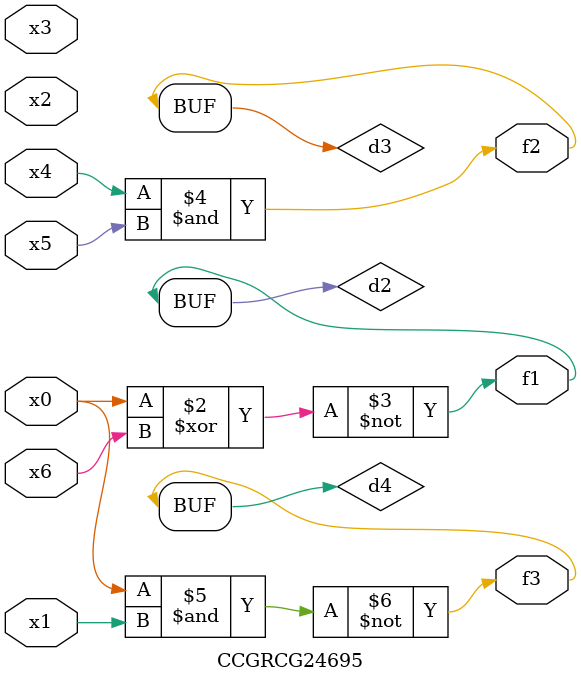
<source format=v>
module CCGRCG24695(
	input x0, x1, x2, x3, x4, x5, x6,
	output f1, f2, f3
);

	wire d1, d2, d3, d4;

	nor (d1, x0);
	xnor (d2, x0, x6);
	and (d3, x4, x5);
	nand (d4, x0, x1);
	assign f1 = d2;
	assign f2 = d3;
	assign f3 = d4;
endmodule

</source>
